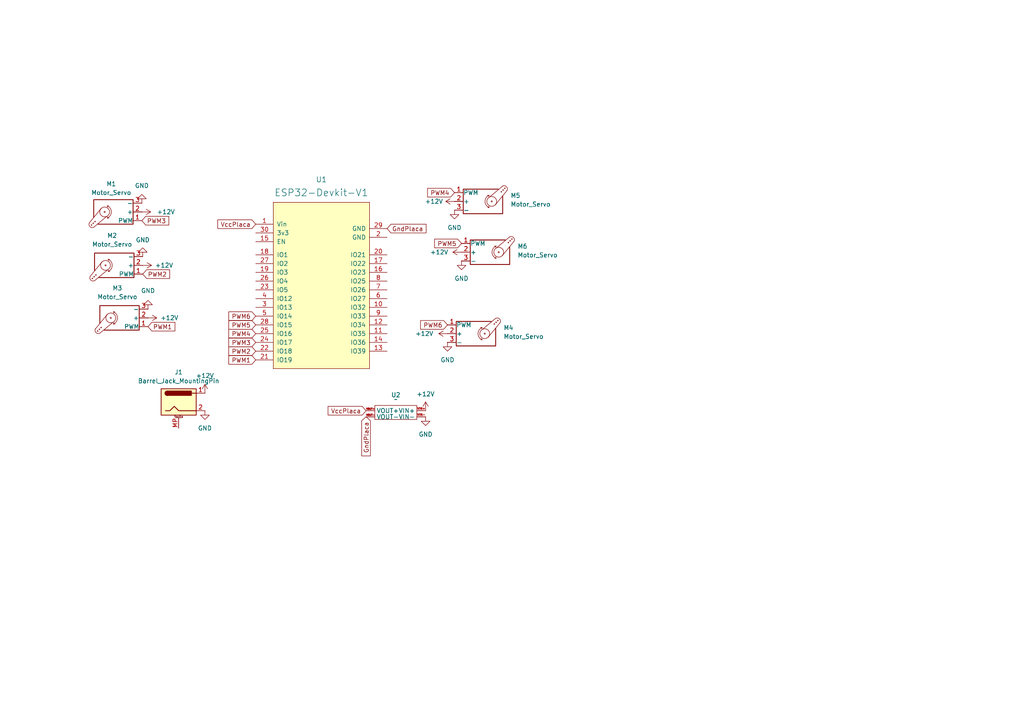
<source format=kicad_sch>
(kicad_sch (version 20231120) (generator "eeschema") (generator_version "8.0")
  (paper "A4")
  (lib_symbols
    (symbol "Connector:Barrel_Jack_MountingPin" (pin_names hide)
      (property "Reference" "J" (at 0 5.334 0))
      (property "Value" "Barrel_Jack_MountingPin" (at 1.27 -6.35 0))
      (symbol "Barrel_Jack_MountingPin_0_1"
        (rectangle (start -5.08 3.81) (end 5.08 -3.81) (stroke (width 0.254)) (fill (type background)))
        (arc (start -3.302 3.175) (mid -3.9343 2.54) (end -3.302 1.905) (stroke (width 0.254)))
        (arc (start -3.302 3.175) (mid -3.9343 2.54) (end -3.302 1.905) (stroke (width 0.254)) (fill (type outline)))
        (polyline (pts (xy 5.08 2.54) (xy 3.81 2.54)) (stroke (width 0.254)))
        (polyline (pts (xy -3.81 -2.54) (xy -2.54 -2.54) (xy -1.27 -1.27) (xy 0 -2.54) (xy 2.54 -2.54) (xy 5.08 -2.54)) (stroke (width 0.254)))
        (rectangle (start 3.683 3.175) (end -3.302 1.905) (stroke (width 0.254)) (fill (type outline)))
      )
      (symbol "Barrel_Jack_MountingPin_1_1"
        (polyline (pts (xy -1.016 -4.572) (xy 1.016 -4.572)) (stroke (width 0.1524)))
        (text "Mounting" (at 0 -4.191 0) (effects (font (size 0.381 0.381))))
        (pin passive line (at 7.62 2.54 180) (length 2.54) (name "~") (number "1"))
        (pin passive line (at 7.62 -2.54 180) (length 2.54) (name "~") (number "2"))
        (pin passive line (at 0 -7.62 90) (length 3.048) (name "MountPin") (number "MP"))
      )
    )
    (symbol "Motor:Motor_Servo" (pin_names (offset 0.0254))
      (property "Reference" "M" (at -5.08 4.445 0))
      (property "Value" "Motor_Servo" (at -5.08 -4.064 0))
      (symbol "Motor_Servo_0_1"
        (polyline (pts (xy 2.413 -1.778) (xy 2.032 -1.778)))
        (polyline (pts (xy 2.413 -1.778) (xy 2.286 -1.397)))
        (polyline (pts (xy 2.413 1.778) (xy 1.905 1.778)))
        (polyline (pts (xy 2.413 1.778) (xy 2.286 1.397)))
        (polyline (pts (xy 6.35 4.445) (xy 2.54 1.27)))
        (polyline (pts (xy 7.62 3.175) (xy 4.191 -1.016)))
        (polyline (pts (xy 5.08 3.556) (xy -5.08 3.556) (xy -5.08 -3.556) (xy 6.35 -3.556) (xy 6.35 1.524)) (stroke (width 0.254)))
        (arc (start 2.413 1.778) (mid 1.2406 0) (end 2.413 -1.778))
        (circle (center 3.175 0) (radius 0.1778))
        (circle (center 3.175 0) (radius 1.4224))
        (circle (center 5.969 2.794) (radius 0.127))
        (circle (center 6.477 3.302) (radius 0.127))
        (circle (center 6.985 3.81) (radius 0.127))
        (arc (start 7.62 3.175) (mid 7.4485 4.2735) (end 6.35 4.445))
      )
      (symbol "Motor_Servo_1_1"
        (pin passive line (at -7.62 2.54 0) (length 2.54) (name "PWM") (number "1"))
        (pin passive line (at -7.62 0 0) (length 2.54) (name "+") (number "2"))
        (pin passive line (at -7.62 -2.54 0) (length 2.54) (name "-") (number "3"))
      )
    )
    (symbol "Mt3608:LM2596"
      (property "Reference" "U" (at 0 3.81 0))
      (symbol "LM2596_0_1"
        (rectangle (start -6.096 2.794) (end 6.096 -1.27))
      )
      (symbol "LM2596_1_1"
        (pin input line (at 8.636 1.27 180) (length 2.54) (name "VIN+") (number "VIN+"))
        (pin input line (at 8.636 -0.508 180) (length 2.54) (name "VIN-") (number "VIN-"))
        (pin input line (at -8.636 1.27 0) (length 2.54) (name "VOUT+") (number "VOUT+"))
        (pin input line (at -8.636 -0.508 0) (length 2.54) (name "VOUT-") (number "VOUT-"))
      )
    )
    (symbol "esp32-devkit-v1:ESP32-Devkit-V1" (pin_names (offset 1.016))
      (property "Reference" "U" (at 13.97 -21.59 0))
      (property "Value" "ESP32-Devkit-V1" (at 13.97 -2.54 0))
      (symbol "ESP32-Devkit-V1_0_1"
        (rectangle (start 0 0) (end 27.94 -48.26) (fill (type background)))
      )
      (symbol "ESP32-Devkit-V1_1_1"
        (pin power_in line (at -5.08 -6.35 0) (length 5.08) (name "Vin") (number "1"))
        (pin bidirectional line (at 33.02 -30.48 180) (length 5.08) (name "IO32") (number "10"))
        (pin bidirectional line (at 33.02 -38.1 180) (length 5.08) (name "IO35") (number "11"))
        (pin bidirectional line (at 33.02 -35.56 180) (length 5.08) (name "IO34") (number "12"))
        (pin bidirectional line (at 33.02 -43.18 180) (length 5.08) (name "IO39") (number "13"))
        (pin bidirectional line (at 33.02 -40.64 180) (length 5.08) (name "IO36") (number "14"))
        (pin input line (at -5.08 -11.43 0) (length 5.08) (name "EN") (number "15"))
        (pin bidirectional line (at 33.02 -20.32 180) (length 5.08) (name "IO23") (number "16"))
        (pin bidirectional line (at 33.02 -17.78 180) (length 5.08) (name "IO22") (number "17"))
        (pin bidirectional line (at -5.08 -15.24 0) (length 5.08) (name "IO1") (number "18"))
        (pin bidirectional line (at -5.08 -20.32 0) (length 5.08) (name "IO3") (number "19"))
        (pin power_out line (at 33.02 -10.16 180) (length 5.08) (name "GND") (number "2"))
        (pin bidirectional line (at 33.02 -15.24 180) (length 5.08) (name "IO21") (number "20"))
        (pin bidirectional line (at -5.08 -45.72 0) (length 5.08) (name "IO19") (number "21"))
        (pin bidirectional line (at -5.08 -43.18 0) (length 5.08) (name "IO18") (number "22"))
        (pin bidirectional line (at -5.08 -25.4 0) (length 5.08) (name "IO5") (number "23"))
        (pin bidirectional line (at -5.08 -40.64 0) (length 5.08) (name "IO17") (number "24"))
        (pin bidirectional line (at -5.08 -38.1 0) (length 5.08) (name "IO16") (number "25"))
        (pin bidirectional line (at -5.08 -22.86 0) (length 5.08) (name "IO4") (number "26"))
        (pin bidirectional line (at -5.08 -17.78 0) (length 5.08) (name "IO2") (number "27"))
        (pin bidirectional line (at -5.08 -35.56 0) (length 5.08) (name "IO15") (number "28"))
        (pin power_out line (at 33.02 -7.62 180) (length 5.08) (name "GND") (number "29"))
        (pin bidirectional line (at -5.08 -30.48 0) (length 5.08) (name "IO13") (number "3"))
        (pin power_out line (at -5.08 -8.89 0) (length 5.08) (name "3v3") (number "30"))
        (pin bidirectional line (at -5.08 -27.94 0) (length 5.08) (name "IO12") (number "4"))
        (pin bidirectional line (at -5.08 -33.02 0) (length 5.08) (name "IO14") (number "5"))
        (pin bidirectional line (at 33.02 -27.94 180) (length 5.08) (name "IO27") (number "6"))
        (pin bidirectional line (at 33.02 -25.4 180) (length 5.08) (name "IO26") (number "7"))
        (pin bidirectional line (at 33.02 -22.86 180) (length 5.08) (name "IO25") (number "8"))
        (pin bidirectional line (at 33.02 -33.02 180) (length 5.08) (name "IO33") (number "9"))
      )
    )
    (symbol "power:+12V" (power) (pin_numbers hide) (pin_names (offset 0) hide)
      (property "Value" "+12V" (at 0 3.556 0))
      (symbol "+12V_0_1"
        (polyline (pts (xy -0.762 1.27) (xy 0 2.54)))
        (polyline (pts (xy 0 0) (xy 0 2.54)))
        (polyline (pts (xy 0 2.54) (xy 0.762 1.27)))
      )
      (symbol "+12V_1_1"
        (pin power_in line (at 0 0 90) (length 0) (name "~") (number "1"))
      )
    )
    (symbol "power:GND" (power) (pin_numbers hide) (pin_names (offset 0) hide)
      (property "Value" "GND" (at 0 -3.81 0))
      (symbol "GND_0_1"
        (polyline (pts (xy 0 0) (xy 0 -1.27) (xy 1.27 -1.27) (xy 0 -2.54) (xy -1.27 -1.27) (xy 0 -1.27)))
      )
      (symbol "GND_1_1"
        (pin power_in line (at 0 0 270) (length 0) (name "~") (number "1"))
      )
    )
  )
  (global_label "PWM5" (shape input) (at 133.858 70.612 180) (property "Intersheetrefs" "${INTERSHEET_REFS}" (effects (hide yes))))
  (global_label "VccPlaca" (shape input) (at 74.168 65.024 180) (property "Intersheetrefs" "${INTERSHEET_REFS}" (effects (hide yes))))
  (global_label "PWM3" (shape input) (at 74.168 99.314 180) (property "Intersheetrefs" "${INTERSHEET_REFS}" (effects (hide yes))))
  (global_label "PWM2" (shape input) (at 41.402 79.502 0) (property "Intersheetrefs" "${INTERSHEET_REFS}" (effects (hide yes))))
  (global_label "PWM3" (shape input) (at 41.148 64.008 0) (property "Intersheetrefs" "${INTERSHEET_REFS}" (effects (hide yes))))
  (global_label "PWM6" (shape input) (at 74.168 91.694 180) (property "Intersheetrefs" "${INTERSHEET_REFS}" (effects (hide yes))))
  (global_label "PWM5" (shape input) (at 74.168 94.234 180) (property "Intersheetrefs" "${INTERSHEET_REFS}" (effects (hide yes))))
  (global_label "PWM2" (shape input) (at 74.168 101.854 180) (property "Intersheetrefs" "${INTERSHEET_REFS}" (effects (hide yes))))
  (global_label "GndPlaca" (shape input) (at 106.172 120.904 270) (property "Intersheetrefs" "${INTERSHEET_REFS}" (effects (hide yes))))
  (global_label "PWM1" (shape input) (at 42.926 94.742 0) (property "Intersheetrefs" "${INTERSHEET_REFS}" (effects (hide yes))))
  (global_label "GndPlaca" (shape input) (at 112.268 66.294 0) (property "Intersheetrefs" "${INTERSHEET_REFS}" (effects (hide yes))))
  (global_label "PWM4" (shape input) (at 131.826 55.88 180) (property "Intersheetrefs" "${INTERSHEET_REFS}" (effects (hide yes))))
  (global_label "PWM6" (shape input) (at 129.794 94.234 180) (property "Intersheetrefs" "${INTERSHEET_REFS}" (effects (hide yes))))
  (global_label "PWM4" (shape input) (at 74.168 96.774 180) (property "Intersheetrefs" "${INTERSHEET_REFS}" (effects (hide yes))))
  (global_label "PWM1" (shape input) (at 74.168 104.394 180) (property "Intersheetrefs" "${INTERSHEET_REFS}" (effects (hide yes))))
  (global_label "VccPlaca" (shape input) (at 106.172 119.126 180) (property "Intersheetrefs" "${INTERSHEET_REFS}" (effects (hide yes))))
  (symbol (lib_id "power:GND") (at 41.148 58.928 180) (unit 1)
    (property "Reference" "#PWR014" (effects (hide yes)))
    (property "Value" "GND" (at 41.148 53.848 0))
    (property "Description" "Power symbol creates a global label with name \"GND\" , ground" (effects (hide yes)))
  )
  (symbol (lib_id "power:+12V") (at 123.444 119.126 0) (unit 1)
    (property "Reference" "#PWR08" (effects (hide yes)))
    (property "Value" "+12V" (at 123.444 114.3 0))
    (property "Description" "Power symbol creates a global label with name \"+12V\"" (effects (hide yes)))
  )
  (symbol (lib_id "Motor:Motor_Servo") (at 141.478 73.152 0) (unit 1)
    (property "Reference" "M6" (at 150.114 71.4485 0) (effects (justify left)))
    (property "Value" "Motor_Servo" (at 150.114 73.9885 0) (effects (justify left)))
    (property "Footprint" "Connector_PinHeader_2.54mm:PinHeader_1x03_P2.54mm_Vertical" (effects (hide yes)))
    (property "Datasheet" "http://forums.parallax.com/uploads/attachments/46831/74481.png" (effects (hide yes)))
    (property "Description" "Servo Motor (Futaba, HiTec, JR connector)" (effects (hide yes)))
  )
  (symbol (lib_id "power:GND") (at 133.858 75.692 0) (unit 1)
    (property "Reference" "#PWR012" (effects (hide yes)))
    (property "Value" "GND" (at 133.858 80.772 0))
    (property "Description" "Power symbol creates a global label with name \"GND\" , ground" (effects (hide yes)))
  )
  (symbol (lib_id "power:GND") (at 59.436 119.126 0) (unit 1)
    (property "Reference" "#PWR09" (effects (hide yes)))
    (property "Value" "GND" (at 59.436 124.206 0))
    (property "Description" "Power symbol creates a global label with name \"GND\" , ground" (effects (hide yes)))
  )
  (symbol (lib_id "power:+12V") (at 41.148 61.468 270) (unit 1)
    (property "Reference" "#PWR06" (effects (hide yes)))
    (property "Value" "+12V" (at 45.466 61.4679 90) (effects (justify left)))
    (property "Description" "Power symbol creates a global label with name \"+12V\"" (effects (hide yes)))
  )
  (symbol (lib_id "power:+12V") (at 42.926 92.202 270) (unit 1)
    (property "Reference" "#PWR03" (effects (hide yes)))
    (property "Value" "+12V" (at 46.482 92.2019 90) (effects (justify left)))
    (property "Description" "Power symbol creates a global label with name \"+12V\"" (effects (hide yes)))
  )
  (symbol (lib_id "power:+12V") (at 131.826 58.42 90) (unit 1)
    (property "Reference" "#PWR05" (effects (hide yes)))
    (property "Value" "+12V" (at 128.524 58.4199 90) (effects (justify left)))
    (property "Description" "Power symbol creates a global label with name \"+12V\"" (effects (hide yes)))
  )
  (symbol (lib_id "power:+12V") (at 129.794 96.774 90) (unit 1)
    (property "Reference" "#PWR02" (effects (hide yes)))
    (property "Value" "+12V" (at 125.73 96.7739 90) (effects (justify left)))
    (property "Description" "Power symbol creates a global label with name \"+12V\"" (effects (hide yes)))
  )
  (symbol (lib_id "Mt3608:LM2596") (at 114.808 120.396 0) (unit 1)
    (property "Reference" "U2" (at 114.808 114.554 0))
    (property "Value" "~" (at 114.808 115.824 0))
  )
  (symbol (lib_id "power:GND") (at 123.444 120.904 0) (unit 1)
    (property "Reference" "#PWR010" (effects (hide yes)))
    (property "Value" "GND" (at 123.444 125.984 0))
    (property "Description" "Power symbol creates a global label with name \"GND\" , ground" (effects (hide yes)))
  )
  (symbol (lib_id "esp32-devkit-v1:ESP32-Devkit-V1") (at 79.248 58.674 0) (unit 1)
    (property "Reference" "U1" (at 93.218 52.07 0) (effects (font (size 1.524 1.524))))
    (property "Value" "ESP32-Devkit-V1" (at 93.218 55.88 0) (effects (font (size 2.0066 2.0066))))
    (property "Footprint" "DOIT_ESP32:DOIT_ESP32_Devkit_mirko" (effects (hide yes)))
  )
  (symbol (lib_id "power:GND") (at 131.826 60.96 0) (unit 1)
    (property "Reference" "#PWR013" (effects (hide yes)))
    (property "Value" "GND" (at 131.826 66.04 0))
    (property "Description" "Power symbol creates a global label with name \"GND\" , ground" (effects (hide yes)))
  )
  (symbol (lib_id "Motor:Motor_Servo") (at 35.306 92.202 180) (unit 1)
    (property "Reference" "M3" (at 34.0471 83.566 0))
    (property "Value" "Motor_Servo" (at 34.0471 86.106 0))
    (property "Footprint" "Connector_PinHeader_2.54mm:PinHeader_1x03_P2.54mm_Vertical" (effects (hide yes)))
    (property "Datasheet" "http://forums.parallax.com/uploads/attachments/46831/74481.png" (effects (hide yes)))
    (property "Description" "Servo Motor (Futaba, HiTec, JR connector)" (effects (hide yes)))
  )
  (symbol (lib_id "power:GND") (at 129.794 99.314 0) (unit 1)
    (property "Reference" "#PWR011" (effects (hide yes)))
    (property "Value" "GND" (at 129.794 104.394 0))
    (property "Description" "Power symbol creates a global label with name \"GND\" , ground" (effects (hide yes)))
  )
  (symbol (lib_id "Motor:Motor_Servo") (at 33.782 76.962 180) (unit 1)
    (property "Reference" "M2" (at 32.5231 68.326 0))
    (property "Value" "Motor_Servo" (at 32.5231 70.866 0))
    (property "Footprint" "Connector_PinHeader_2.54mm:PinHeader_1x03_P2.54mm_Vertical" (effects (hide yes)))
    (property "Datasheet" "http://forums.parallax.com/uploads/attachments/46831/74481.png" (effects (hide yes)))
    (property "Description" "Servo Motor (Futaba, HiTec, JR connector)" (effects (hide yes)))
  )
  (symbol (lib_id "power:+12V") (at 133.858 73.152 90) (unit 1)
    (property "Reference" "#PWR04" (effects (hide yes)))
    (property "Value" "+12V" (at 130.048 73.1519 90) (effects (justify left)))
    (property "Description" "Power symbol creates a global label with name \"+12V\"" (effects (hide yes)))
  )
  (symbol (lib_id "Motor:Motor_Servo") (at 33.528 61.468 180) (unit 1)
    (property "Reference" "M1" (at 32.2691 53.34 0))
    (property "Value" "Motor_Servo" (at 32.2691 55.88 0))
    (property "Footprint" "Connector_PinHeader_2.54mm:PinHeader_1x03_P2.54mm_Vertical" (effects (hide yes)))
    (property "Datasheet" "http://forums.parallax.com/uploads/attachments/46831/74481.png" (effects (hide yes)))
    (property "Description" "Servo Motor (Futaba, HiTec, JR connector)" (effects (hide yes)))
  )
  (symbol (lib_id "power:GND") (at 41.402 74.422 180) (unit 1)
    (property "Reference" "#PWR015" (effects (hide yes)))
    (property "Value" "GND" (at 41.402 69.596 0))
    (property "Description" "Power symbol creates a global label with name \"GND\" , ground" (effects (hide yes)))
  )
  (symbol (lib_id "power:+12V") (at 59.436 114.046 0) (unit 1)
    (property "Reference" "#PWR01" (effects (hide yes)))
    (property "Value" "+12V" (at 59.436 108.966 0))
    (property "Description" "Power symbol creates a global label with name \"+12V\"" (effects (hide yes)))
  )
  (symbol (lib_id "power:GND") (at 42.926 89.662 180) (unit 1)
    (property "Reference" "#PWR016" (effects (hide yes)))
    (property "Value" "GND" (at 42.926 84.328 0))
    (property "Description" "Power symbol creates a global label with name \"GND\" , ground" (effects (hide yes)))
  )
  (symbol (lib_id "Connector:Barrel_Jack_MountingPin") (at 51.816 116.586 0) (unit 1)
    (property "Reference" "J1" (at 51.816 107.95 0))
    (property "Value" "Barrel_Jack_MountingPin" (at 51.816 110.49 0))
    (property "Footprint" "Connector_BarrelJack:BarrelJack_CUI_PJ-102AH_Horizontal" (effects (hide yes)))
    (property "Description" "DC Barrel Jack with a mounting pin" (effects (hide yes)))
  )
  (symbol (lib_id "Motor:Motor_Servo") (at 139.446 58.42 0) (unit 1)
    (property "Reference" "M5" (at 148.082 56.7165 0) (effects (justify left)))
    (property "Value" "Motor_Servo" (at 148.082 59.2565 0) (effects (justify left)))
    (property "Footprint" "Connector_PinHeader_2.54mm:PinHeader_1x03_P2.54mm_Vertical" (effects (hide yes)))
    (property "Datasheet" "http://forums.parallax.com/uploads/attachments/46831/74481.png" (effects (hide yes)))
    (property "Description" "Servo Motor (Futaba, HiTec, JR connector)" (effects (hide yes)))
  )
  (symbol (lib_id "Motor:Motor_Servo") (at 137.414 96.774 0) (unit 1)
    (property "Reference" "M4" (at 146.05 95.0705 0) (effects (justify left)))
    (property "Value" "Motor_Servo" (at 146.05 97.6105 0) (effects (justify left)))
    (property "Footprint" "Connector_PinHeader_2.54mm:PinHeader_1x03_P2.54mm_Vertical" (effects (hide yes)))
    (property "Datasheet" "http://forums.parallax.com/uploads/attachments/46831/74481.png" (effects (hide yes)))
    (property "Description" "Servo Motor (Futaba, HiTec, JR connector)" (effects (hide yes)))
  )
  (symbol (lib_id "power:+12V") (at 41.402 76.962 270) (unit 1)
    (property "Reference" "#PWR07" (effects (hide yes)))
    (property "Value" "+12V" (at 44.958 76.9619 90) (effects (justify left)))
    (property "Description" "Power symbol creates a global label with name \"+12V\"" (effects (hide yes)))
  )
)
</source>
